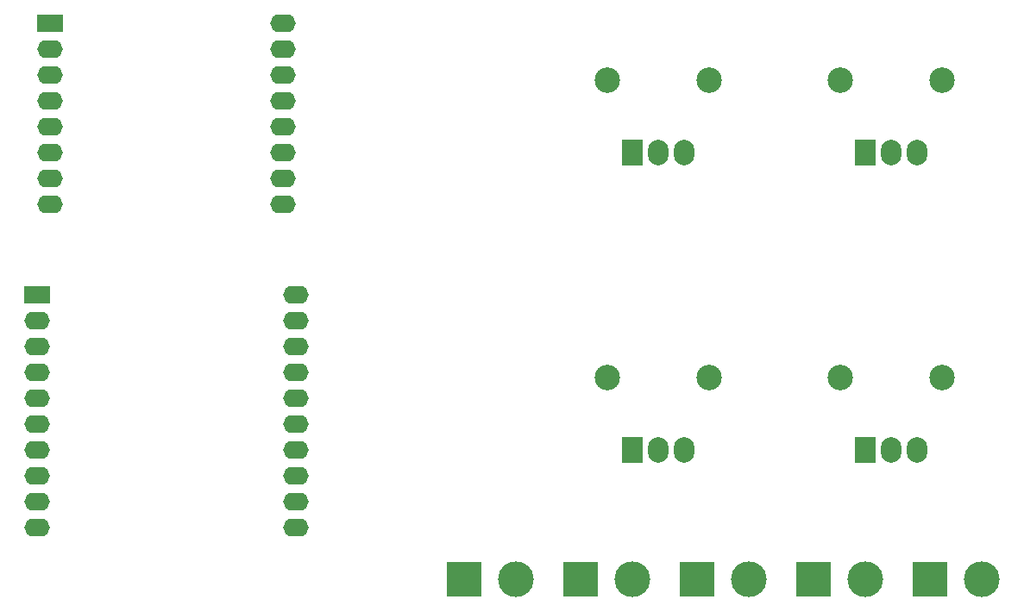
<source format=gbr>
G04 #@! TF.GenerationSoftware,KiCad,Pcbnew,(5.1.10)-1*
G04 #@! TF.CreationDate,2021-10-04T13:56:36-03:00*
G04 #@! TF.ProjectId,ESP-pwm_4ch,4553502d-7077-46d5-9f34-63682e6b6963,rev?*
G04 #@! TF.SameCoordinates,Original*
G04 #@! TF.FileFunction,Soldermask,Bot*
G04 #@! TF.FilePolarity,Negative*
%FSLAX46Y46*%
G04 Gerber Fmt 4.6, Leading zero omitted, Abs format (unit mm)*
G04 Created by KiCad (PCBNEW (5.1.10)-1) date 2021-10-04 13:56:36*
%MOMM*%
%LPD*%
G01*
G04 APERTURE LIST*
%ADD10O,2.500000X1.750000*%
%ADD11R,2.500000X1.750000*%
%ADD12C,2.500000*%
%ADD13R,3.500000X3.500000*%
%ADD14C,3.500000*%
%ADD15R,2.000000X2.500000*%
%ADD16O,2.000000X2.500000*%
G04 APERTURE END LIST*
D10*
G04 #@! TO.C,U2*
X92710000Y-67310000D03*
X92710000Y-69850000D03*
X92710000Y-72390000D03*
X92710000Y-74930000D03*
X92710000Y-77470000D03*
X92710000Y-80010000D03*
X92710000Y-82550000D03*
X92710000Y-85090000D03*
X69850000Y-85090000D03*
X69850000Y-82550000D03*
X69850000Y-80010000D03*
X69850000Y-77470000D03*
X69850000Y-74930000D03*
X69850000Y-72390000D03*
D11*
X69850000Y-67310000D03*
D10*
X69850000Y-69850000D03*
G04 #@! TD*
D12*
G04 #@! TO.C,HS1*
X134540000Y-102108000D03*
X124540000Y-102108001D03*
G04 #@! TD*
D10*
G04 #@! TO.C,U3*
X93980000Y-101600000D03*
X93980000Y-99060000D03*
X68580000Y-116840000D03*
X68580000Y-114300000D03*
X93980000Y-104140000D03*
X93980000Y-106680000D03*
X93980000Y-109220000D03*
X93980000Y-111760000D03*
X93980000Y-114300000D03*
X93980000Y-116840000D03*
X93980000Y-93980000D03*
X93980000Y-96520000D03*
X68580000Y-111760000D03*
X68580000Y-109220000D03*
X68580000Y-106680000D03*
X68580000Y-104140000D03*
X68580000Y-101600000D03*
X68580000Y-99060000D03*
D11*
X68580000Y-93980000D03*
D10*
X68580000Y-96520000D03*
G04 #@! TD*
D12*
G04 #@! TO.C,HS3*
X157400000Y-102108000D03*
X147400000Y-102108001D03*
G04 #@! TD*
G04 #@! TO.C,HS4*
X157400000Y-72898000D03*
X147400000Y-72898001D03*
G04 #@! TD*
G04 #@! TO.C,HS2*
X134540000Y-72898000D03*
X124540000Y-72898001D03*
G04 #@! TD*
D13*
G04 #@! TO.C,J1*
X110490000Y-121920000D03*
D14*
X115570000Y-121920000D03*
G04 #@! TD*
D13*
G04 #@! TO.C,J2*
X121920000Y-121920000D03*
D14*
X127000000Y-121920000D03*
G04 #@! TD*
G04 #@! TO.C,J3*
X138430000Y-121920000D03*
D13*
X133350000Y-121920000D03*
G04 #@! TD*
G04 #@! TO.C,J4*
X144780000Y-121920000D03*
D14*
X149860000Y-121920000D03*
G04 #@! TD*
G04 #@! TO.C,J5*
X161290000Y-121920000D03*
D13*
X156210000Y-121920000D03*
G04 #@! TD*
D15*
G04 #@! TO.C,Q1*
X127000000Y-109220000D03*
D16*
X129540000Y-109220000D03*
X132080000Y-109220000D03*
G04 #@! TD*
G04 #@! TO.C,Q2*
X132080000Y-80010000D03*
X129540000Y-80010000D03*
D15*
X127000000Y-80010000D03*
G04 #@! TD*
D16*
G04 #@! TO.C,Q3*
X154940000Y-109220000D03*
X152400000Y-109220000D03*
D15*
X149860000Y-109220000D03*
G04 #@! TD*
G04 #@! TO.C,Q4*
X149860000Y-80010000D03*
D16*
X152400000Y-80010000D03*
X154940000Y-80010000D03*
G04 #@! TD*
M02*

</source>
